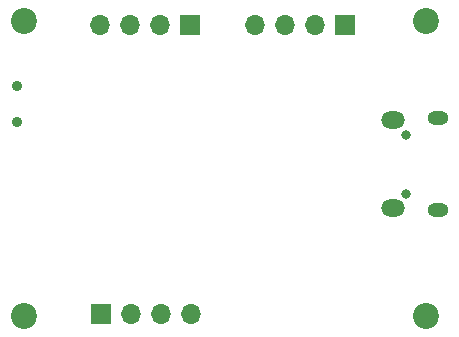
<source format=gbr>
%TF.GenerationSoftware,KiCad,Pcbnew,8.0.8*%
%TF.CreationDate,2025-02-01T16:42:16+07:00*%
%TF.ProjectId,stm32-blue-pill-backups,73746d33-322d-4626-9c75-652d70696c6c,rev?*%
%TF.SameCoordinates,Original*%
%TF.FileFunction,Soldermask,Bot*%
%TF.FilePolarity,Negative*%
%FSLAX46Y46*%
G04 Gerber Fmt 4.6, Leading zero omitted, Abs format (unit mm)*
G04 Created by KiCad (PCBNEW 8.0.8) date 2025-02-01 16:42:16*
%MOMM*%
%LPD*%
G01*
G04 APERTURE LIST*
%ADD10C,0.900000*%
%ADD11C,2.200000*%
%ADD12R,1.700000X1.700000*%
%ADD13O,1.700000X1.700000*%
%ADD14O,1.800000X1.150000*%
%ADD15O,2.000000X1.450000*%
%ADD16O,0.800000X0.800000*%
G04 APERTURE END LIST*
D10*
%TO.C,BOOT*%
X107390000Y-90200000D03*
X107390000Y-93200000D03*
%TD*%
D11*
%TO.C,H4*%
X141970000Y-109650000D03*
%TD*%
D12*
%TO.C,SWD*%
X135120000Y-85000000D03*
D13*
X132580000Y-85000000D03*
X130040000Y-85000000D03*
X127500000Y-85000000D03*
%TD*%
D11*
%TO.C,H3*%
X141970000Y-84650000D03*
%TD*%
%TO.C,H2*%
X107970000Y-109650000D03*
%TD*%
D12*
%TO.C,I2C2*%
X114470000Y-109500000D03*
D13*
X117010000Y-109500000D03*
X119550000Y-109500000D03*
X122090000Y-109500000D03*
%TD*%
D11*
%TO.C,H1*%
X107970000Y-84650000D03*
%TD*%
D12*
%TO.C,UART*%
X122070000Y-85000000D03*
D13*
X119530000Y-85000000D03*
X116990000Y-85000000D03*
X114450000Y-85000000D03*
%TD*%
D14*
%TO.C,USB*%
X143035000Y-92920000D03*
D15*
X139235000Y-93070000D03*
X139235000Y-100520000D03*
D14*
X143035000Y-100670000D03*
D16*
X140285000Y-94295000D03*
X140285000Y-99295000D03*
%TD*%
M02*

</source>
